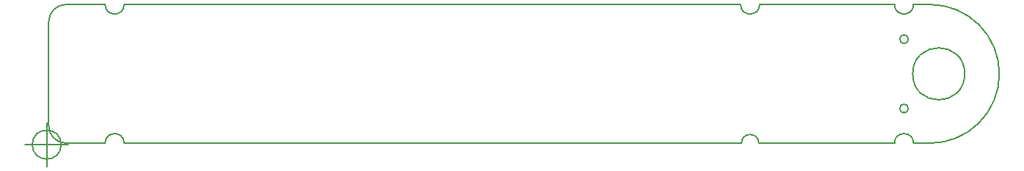
<source format=gko>
G04 #@! TF.GenerationSoftware,KiCad,Pcbnew,(5.1.5-0-10_14)*
G04 #@! TF.CreationDate,2020-02-01T20:04:35-08:00*
G04 #@! TF.ProjectId,18650,31383635-302e-46b6-9963-61645f706362,rev?*
G04 #@! TF.SameCoordinates,Original*
G04 #@! TF.FileFunction,Profile,NP*
%FSLAX46Y46*%
G04 Gerber Fmt 4.6, Leading zero omitted, Abs format (unit mm)*
G04 Created by KiCad (PCBNEW (5.1.5-0-10_14)) date 2020-02-01 20:04:35*
%MOMM*%
%LPD*%
G04 APERTURE LIST*
%ADD10C,0.150000*%
G04 APERTURE END LIST*
D10*
X59536666Y-108165000D02*
G75*
G03X59536666Y-108165000I-1666666J0D01*
G01*
X55370000Y-108165000D02*
X60370000Y-108165000D01*
X57870000Y-105665000D02*
X57870000Y-110665000D01*
X140000000Y-108000000D02*
X155650000Y-108000000D01*
X140100000Y-92000000D02*
X155650000Y-92000000D01*
X140100000Y-92000000D02*
G75*
G02X137900000Y-92000000I-1100000J0D01*
G01*
X138000000Y-108000000D02*
G75*
G02X140000000Y-108000000I1000000J0D01*
G01*
X157250000Y-104000000D02*
G75*
G03X157250000Y-104000000I-500000J0D01*
G01*
X157250000Y-96000000D02*
G75*
G03X157250000Y-96000000I-500000J0D01*
G01*
X64600000Y-108000000D02*
X60100000Y-108000000D01*
X64600000Y-108000000D02*
G75*
G02X66800000Y-108000000I1100000J0D01*
G01*
X64600000Y-92000000D02*
X60100000Y-92000000D01*
X66800000Y-92000000D02*
G75*
G02X64600000Y-92000000I-1100000J0D01*
G01*
X157850000Y-92000000D02*
X159749999Y-91999845D01*
X157850000Y-108000000D02*
X159700001Y-107999999D01*
X159749999Y-91999845D02*
G75*
G02X159700001Y-107999999I1J-8000155D01*
G01*
X163750000Y-100000000D02*
G75*
G03X163750000Y-100000000I-3000000J0D01*
G01*
X155650000Y-108000000D02*
G75*
G02X157850000Y-108000000I1100000J0D01*
G01*
X157850000Y-92000000D02*
G75*
G02X155650000Y-92000000I-1100000J0D01*
G01*
X60100000Y-108000000D02*
G75*
G02X58100000Y-106000000I0J2000000D01*
G01*
X58100000Y-94000000D02*
G75*
G02X60100000Y-92000000I2000000J0D01*
G01*
X58100000Y-94000000D02*
X58100000Y-106000000D01*
X66800000Y-108000000D02*
X138000000Y-108000000D01*
X66800000Y-92000000D02*
X137900000Y-92000000D01*
M02*

</source>
